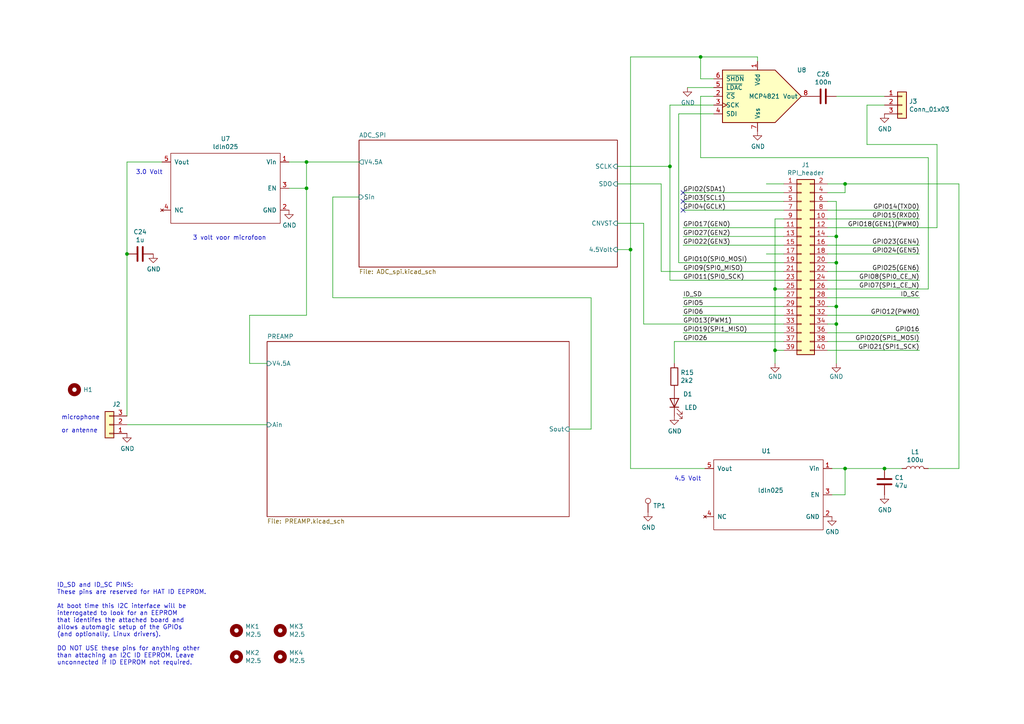
<source format=kicad_sch>
(kicad_sch (version 20211123) (generator eeschema)
  (paper "A4")
  (title_block (date "15 nov 2012"))
  (lib_symbols
    (symbol "Analog_DAC:MCP4821" (pin_names (offset 1.016))
      (property "Reference" "U" (at 1.27 10.795 0))
      (property "Value" "MCP4821" (at 1.27 8.89 0))
      (symbol "MCP4821_0_0"
        (polyline (pts (xy 12.7 0) (xy 5.08 7.62) (xy -10.16 7.62) (xy -10.16 -7.62) (xy 5.08 -7.62) (xy 12.7 0)) (stroke (width 0.254)) (fill (type background)))
      )
      (symbol "MCP4821_1_1"
        (pin power_in line (at 0 10.16 270) (length 2.54) (name "Vdd") (number "1"))
        (pin input line (at -12.7 0 0) (length 2.54) (name "~{CS}") (number "2"))
        (pin input clock (at -12.7 -2.54 0) (length 2.54) (name "SCK") (number "3"))
        (pin input line (at -12.7 -5.08 0) (length 2.54) (name "SDI") (number "4"))
        (pin input line (at -12.7 2.54 0) (length 2.54) (name "~{LDAC}") (number "5"))
        (pin input line (at -12.7 5.08 0) (length 2.54) (name "~{SHDN}") (number "6"))
        (pin power_in line (at 0 -10.16 90) (length 2.54) (name "Vss") (number "7"))
        (pin output line (at 15.24 0 180) (length 2.54) (name "Vout") (number "8"))
      )
    )
    (symbol "Connector:TestPoint" (pin_numbers hide) (pin_names (offset 0.762) hide)
      (property "Reference" "TP" (at 0 6.858 0))
      (property "Value" "TestPoint" (at 0 5.08 0))
      (symbol "TestPoint_0_1"
        (circle (center 0 3.302) (radius 0.762))
      )
      (symbol "TestPoint_1_1"
        (pin passive line (at 0 0 90) (length 2.54) (name "1") (number "1"))
      )
    )
    (symbol "Connector_Generic:Conn_01x03" (pin_names (offset 1.016) hide)
      (property "Reference" "J" (at 0 5.08 0))
      (property "Value" "Conn_01x03" (at 0 -5.08 0))
      (symbol "Conn_01x03_1_1"
        (rectangle (start -1.27 -2.413) (end 0 -2.667) (stroke (width 0.1524)))
        (rectangle (start -1.27 0.127) (end 0 -0.127) (stroke (width 0.1524)))
        (rectangle (start -1.27 2.667) (end 0 2.413) (stroke (width 0.1524)))
        (rectangle (start -1.27 3.81) (end 1.27 -3.81) (stroke (width 0.254)) (fill (type background)))
        (pin passive line (at -5.08 2.54 0) (length 3.81) (name "Pin_1") (number "1"))
        (pin passive line (at -5.08 0 0) (length 3.81) (name "Pin_2") (number "2"))
        (pin passive line (at -5.08 -2.54 0) (length 3.81) (name "Pin_3") (number "3"))
      )
    )
    (symbol "Device:C" (pin_numbers hide) (pin_names (offset 0.254))
      (property "Reference" "C" (at 0.635 2.54 0))
      (property "Value" "C" (at 0.635 -2.54 0))
      (symbol "C_0_1"
        (polyline (pts (xy -2.032 -0.762) (xy 2.032 -0.762)) (stroke (width 0.508)))
        (polyline (pts (xy -2.032 0.762) (xy 2.032 0.762)) (stroke (width 0.508)))
      )
      (symbol "C_1_1"
        (pin passive line (at 0 3.81 270) (length 2.794) (name "~") (number "1"))
        (pin passive line (at 0 -3.81 90) (length 2.794) (name "~") (number "2"))
      )
    )
    (symbol "Device:L" (pin_numbers hide) (pin_names (offset 1.016) hide)
      (property "Reference" "L" (at -1.27 0 90))
      (property "Value" "L" (at 1.905 0 90))
      (symbol "L_0_1"
        (arc (start 0 -2.54) (mid 0.635 -1.905) (end 0 -1.27))
        (arc (start 0 -1.27) (mid 0.635 -0.635) (end 0 0))
        (arc (start 0 0) (mid 0.635 0.635) (end 0 1.27))
        (arc (start 0 1.27) (mid 0.635 1.905) (end 0 2.54))
      )
      (symbol "L_1_1"
        (pin passive line (at 0 3.81 270) (length 1.27) (name "1") (number "1"))
        (pin passive line (at 0 -3.81 90) (length 1.27) (name "2") (number "2"))
      )
    )
    (symbol "Device:LED" (pin_numbers hide) (pin_names (offset 1.016) hide)
      (property "Reference" "D" (at 0 2.54 0))
      (property "Value" "LED" (at 0 -2.54 0))
      (symbol "LED_0_1"
        (polyline (pts (xy -1.27 -1.27) (xy -1.27 1.27)) (stroke (width 0.254)))
        (polyline (pts (xy -1.27 0) (xy 1.27 0)))
        (polyline (pts (xy 1.27 -1.27) (xy 1.27 1.27) (xy -1.27 0) (xy 1.27 -1.27)) (stroke (width 0.254)))
        (polyline (pts (xy -3.048 -0.762) (xy -4.572 -2.286) (xy -3.81 -2.286) (xy -4.572 -2.286) (xy -4.572 -1.524)))
        (polyline (pts (xy -1.778 -0.762) (xy -3.302 -2.286) (xy -2.54 -2.286) (xy -3.302 -2.286) (xy -3.302 -1.524)))
      )
      (symbol "LED_1_1"
        (pin passive line (at -3.81 0 0) (length 2.54) (name "K") (number "1"))
        (pin passive line (at 3.81 0 180) (length 2.54) (name "A") (number "2"))
      )
    )
    (symbol "Device:R" (pin_numbers hide) (pin_names (offset 0))
      (property "Reference" "R" (at 2.032 0 90))
      (property "Value" "R" (at 0 0 90))
      (symbol "R_0_1"
        (rectangle (start -1.016 -2.54) (end 1.016 2.54) (stroke (width 0.254)))
      )
      (symbol "R_1_1"
        (pin passive line (at 0 3.81 270) (length 1.27) (name "~") (number "1"))
        (pin passive line (at 0 -3.81 90) (length 1.27) (name "~") (number "2"))
      )
    )
    (symbol "Mechanical:MountingHole" (pin_names (offset 1.016))
      (property "Reference" "H" (at 0 5.08 0))
      (property "Value" "MountingHole" (at 0 3.175 0))
      (symbol "MountingHole_0_1"
        (circle (center 0 0) (radius 1.27) (stroke (width 1.27)))
      )
    )
    (symbol "power:GND" (power) (pin_names (offset 0))
      (property "Value" "GND" (at 0 -3.81 0))
      (symbol "GND_0_1"
        (polyline (pts (xy 0 0) (xy 0 -1.27) (xy 1.27 -1.27) (xy 0 -2.54) (xy -1.27 -1.27) (xy 0 -1.27)))
      )
      (symbol "GND_1_1"
        (pin power_in line (at 0 0 270) (length 0) hide (name "GND") (number "1"))
      )
    )
    (symbol "rpisdr-rescue:Mounting_Hole-Mechanical-mylib" (pin_names (offset 1.016))
      (property "Reference" "MK" (at 0 5.08 0))
      (property "Value" "Mounting_Hole-Mechanical-mylib" (at 0 3.175 0))
      (symbol "Mounting_Hole-Mechanical-mylib_0_1"
        (circle (center 0 0) (radius 1.27) (stroke (width 1.27)))
      )
    )
    (symbol "rpisdr-rescue:RPI_header-mylib" (pin_names (offset 1.016) hide)
      (property "Reference" "J" (at 1.27 25.4 0))
      (property "Value" "RPI_header-mylib" (at 1.27 -27.94 0))
      (symbol "RPI_header-mylib_1_1"
        (rectangle (start -1.27 -25.273) (end 0 -25.527) (stroke (width 0.1524)))
        (rectangle (start -1.27 -22.733) (end 0 -22.987) (stroke (width 0.1524)))
        (rectangle (start -1.27 -20.193) (end 0 -20.447) (stroke (width 0.1524)))
        (rectangle (start -1.27 -17.653) (end 0 -17.907) (stroke (width 0.1524)))
        (rectangle (start -1.27 -15.113) (end 0 -15.367) (stroke (width 0.1524)))
        (rectangle (start -1.27 -12.573) (end 0 -12.827) (stroke (width 0.1524)))
        (rectangle (start -1.27 -10.033) (end 0 -10.287) (stroke (width 0.1524)))
        (rectangle (start -1.27 -7.493) (end 0 -7.747) (stroke (width 0.1524)))
        (rectangle (start -1.27 -4.953) (end 0 -5.207) (stroke (width 0.1524)))
        (rectangle (start -1.27 -2.413) (end 0 -2.667) (stroke (width 0.1524)))
        (rectangle (start -1.27 0.127) (end 0 -0.127) (stroke (width 0.1524)))
        (rectangle (start -1.27 2.667) (end 0 2.413) (stroke (width 0.1524)))
        (rectangle (start -1.27 5.207) (end 0 4.953) (stroke (width 0.1524)))
        (rectangle (start -1.27 7.747) (end 0 7.493) (stroke (width 0.1524)))
        (rectangle (start -1.27 10.287) (end 0 10.033) (stroke (width 0.1524)))
        (rectangle (start -1.27 12.827) (end 0 12.573) (stroke (width 0.1524)))
        (rectangle (start -1.27 15.367) (end 0 15.113) (stroke (width 0.1524)))
        (rectangle (start -1.27 17.907) (end 0 17.653) (stroke (width 0.1524)))
        (rectangle (start -1.27 20.447) (end 0 20.193) (stroke (width 0.1524)))
        (rectangle (start -1.27 22.987) (end 0 22.733) (stroke (width 0.1524)))
        (rectangle (start -1.27 24.13) (end 3.81 -26.67) (stroke (width 0.254)) (fill (type background)))
        (rectangle (start 3.81 -25.273) (end 2.54 -25.527) (stroke (width 0.1524)))
        (rectangle (start 3.81 -22.733) (end 2.54 -22.987) (stroke (width 0.1524)))
        (rectangle (start 3.81 -20.193) (end 2.54 -20.447) (stroke (width 0.1524)))
        (rectangle (start 3.81 -17.653) (end 2.54 -17.907) (stroke (width 0.1524)))
        (rectangle (start 3.81 -15.113) (end 2.54 -15.367) (stroke (width 0.1524)))
        (rectangle (start 3.81 -12.573) (end 2.54 -12.827) (stroke (width 0.1524)))
        (rectangle (start 3.81 -10.033) (end 2.54 -10.287) (stroke (width 0.1524)))
        (rectangle (start 3.81 -7.493) (end 2.54 -7.747) (stroke (width 0.1524)))
        (rectangle (start 3.81 -4.953) (end 2.54 -5.207) (stroke (width 0.1524)))
        (rectangle (start 3.81 -2.413) (end 2.54 -2.667) (stroke (width 0.1524)))
        (rectangle (start 3.81 0.127) (end 2.54 -0.127) (stroke (width 0.1524)))
        (rectangle (start 3.81 2.667) (end 2.54 2.413) (stroke (width 0.1524)))
        (rectangle (start 3.81 5.207) (end 2.54 4.953) (stroke (width 0.1524)))
        (rectangle (start 3.81 7.747) (end 2.54 7.493) (stroke (width 0.1524)))
        (rectangle (start 3.81 10.287) (end 2.54 10.033) (stroke (width 0.1524)))
        (rectangle (start 3.81 12.827) (end 2.54 12.573) (stroke (width 0.1524)))
        (rectangle (start 3.81 15.367) (end 2.54 15.113) (stroke (width 0.1524)))
        (rectangle (start 3.81 17.907) (end 2.54 17.653) (stroke (width 0.1524)))
        (rectangle (start 3.81 20.447) (end 2.54 20.193) (stroke (width 0.1524)))
        (rectangle (start 3.81 22.987) (end 2.54 22.733) (stroke (width 0.1524)))
        (pin passive line (at -5.08 22.86 0) (length 3.81) (name "Pin_1") (number "1"))
        (pin passive line (at 7.62 12.7 180) (length 3.81) (name "Pin_10") (number "10"))
        (pin passive line (at -5.08 10.16 0) (length 3.81) (name "Pin_11") (number "11"))
        (pin passive line (at 7.62 10.16 180) (length 3.81) (name "Pin_12") (number "12"))
        (pin passive line (at -5.08 7.62 0) (length 3.81) (name "Pin_13") (number "13"))
        (pin passive line (at 7.62 7.62 180) (length 3.81) (name "Pin_14") (number "14"))
        (pin passive line (at -5.08 5.08 0) (length 3.81) (name "Pin_15") (number "15"))
        (pin passive line (at 7.62 5.08 180) (length 3.81) (name "Pin_16") (number "16"))
        (pin passive line (at -5.08 2.54 0) (length 3.81) (name "Pin_17") (number "17"))
        (pin passive line (at 7.62 2.54 180) (length 3.81) (name "Pin_18") (number "18"))
        (pin passive line (at -5.08 0 0) (length 3.81) (name "Pin_19") (number "19"))
        (pin passive line (at 7.62 22.86 180) (length 3.81) (name "Pin_2") (number "2"))
        (pin passive line (at 7.62 0 180) (length 3.81) (name "Pin_20") (number "20"))
        (pin passive line (at -5.08 -2.54 0) (length 3.81) (name "Pin_21") (number "21"))
        (pin passive line (at 7.62 -2.54 180) (length 3.81) (name "Pin_22") (number "22"))
        (pin passive line (at -5.08 -5.08 0) (length 3.81) (name "Pin_23") (number "23"))
        (pin passive line (at 7.62 -5.08 180) (length 3.81) (name "Pin_24") (number "24"))
        (pin passive line (at -5.08 -7.62 0) (length 3.81) (name "Pin_25") (number "25"))
        (pin passive line (at 7.62 -7.62 180) (length 3.81) (name "Pin_26") (number "26"))
        (pin passive line (at -5.08 -10.16 0) (length 3.81) (name "Pin_27") (number "27"))
        (pin passive line (at 7.62 -10.16 180) (length 3.81) (name "Pin_28") (number "28"))
        (pin passive line (at -5.08 -12.7 0) (length 3.81) (name "Pin_29") (number "29"))
        (pin passive line (at -5.08 20.32 0) (length 3.81) (name "Pin_3") (number "3"))
        (pin passive line (at 7.62 -12.7 180) (length 3.81) (name "Pin_30") (number "30"))
        (pin passive line (at -5.08 -15.24 0) (length 3.81) (name "Pin_31") (number "31"))
        (pin passive line (at 7.62 -15.24 180) (length 3.81) (name "Pin_32") (number "32"))
        (pin passive line (at -5.08 -17.78 0) (length 3.81) (name "Pin_33") (number "33"))
        (pin passive line (at 7.62 -17.78 180) (length 3.81) (name "Pin_34") (number "34"))
        (pin passive line (at -5.08 -20.32 0) (length 3.81) (name "Pin_35") (number "35"))
        (pin passive line (at 7.62 -20.32 180) (length 3.81) (name "Pin_36") (number "36"))
        (pin passive line (at -5.08 -22.86 0) (length 3.81) (name "Pin_37") (number "37"))
        (pin passive line (at 7.62 -22.86 180) (length 3.81) (name "Pin_38") (number "38"))
        (pin passive line (at -5.08 -25.4 0) (length 3.81) (name "Pin_39") (number "39"))
        (pin passive line (at 7.62 20.32 180) (length 3.81) (name "Pin_4") (number "4"))
        (pin passive line (at 7.62 -25.4 180) (length 3.81) (name "Pin_40") (number "40"))
        (pin passive line (at -5.08 17.78 0) (length 3.81) (name "Pin_5") (number "5"))
        (pin passive line (at 7.62 17.78 180) (length 3.81) (name "Pin_6") (number "6"))
        (pin passive line (at -5.08 15.24 0) (length 3.81) (name "Pin_7") (number "7"))
        (pin passive line (at 7.62 15.24 180) (length 3.81) (name "Pin_8") (number "8"))
        (pin passive line (at -5.08 12.7 0) (length 3.81) (name "Pin_9") (number "9"))
      )
    )
    (symbol "rpisdr-rescue:ldln025-mylib" (pin_names (offset 1.016))
      (property "Reference" "U" (at 3.81 10.16 0))
      (property "Value" "ldln025-mylib" (at 2.54 -3.81 0))
      (symbol "ldln025-mylib_0_1"
        (rectangle (start -12.7 7.62) (end 19.05 -12.7))
      )
      (symbol "ldln025-mylib_1_1"
        (pin power_in line (at -15.24 5.08 0) (length 2.54) (name "Vin") (number "1"))
        (pin power_in line (at -15.24 -8.89 0) (length 2.54) (name "GND") (number "2"))
        (pin input line (at -15.24 -2.54 0) (length 2.54) (name "EN") (number "3"))
        (pin no_connect line (at 21.59 -8.89 180) (length 2.54) (name "NC") (number "4"))
        (pin power_out line (at 21.59 5.08 180) (length 2.54) (name "Vout") (number "5"))
      )
    )
  )
  (junction (at 224.79 101.6))
  (junction (at 256.54 135.89))
  (junction (at 242.57 88.9))
  (junction (at 224.79 83.82))
  (junction (at 242.57 93.98))
  (junction (at 182.88 72.39))
  (junction (at 88.9 54.61))
  (junction (at 245.11 135.89))
  (junction (at 36.83 73.66))
  (junction (at 242.57 76.2))
  (junction (at 245.11 53.34))
  (junction (at 88.9 46.99))
  (junction (at 203.2 16.51))
  (junction (at 242.57 68.58))
  (junction (at 194.31 48.26))
  (no_connect (at 198.12 55.88))
  (no_connect (at 198.12 60.96))
  (no_connect (at 198.12 58.42))
  (wire (pts (xy 194.31 48.26) (xy 179.07 48.26)))
  (wire (pts (xy 240.03 81.28) (xy 266.7 81.28)))
  (wire (pts (xy 242.57 27.94) (xy 256.54 27.94)))
  (wire (pts (xy 182.88 72.39) (xy 179.07 72.39)))
  (wire (pts (xy 165.1 124.46) (xy 171.45 124.46)))
  (wire (pts (xy 240.03 73.66) (xy 266.7 73.66)))
  (wire (pts (xy 269.24 45.72) (xy 203.2 45.72)))
  (wire (pts (xy 240.03 66.04) (xy 271.78 66.04)))
  (wire (pts (xy 224.79 83.82) (xy 224.79 101.6)))
  (wire (pts (xy 261.62 135.89) (xy 256.54 135.89)))
  (wire (pts (xy 194.31 81.28) (xy 227.33 81.28)))
  (wire (pts (xy 182.88 135.89) (xy 182.88 72.39)))
  (wire (pts (xy 96.52 86.36) (xy 96.52 57.15)))
  (wire (pts (xy 245.11 53.34) (xy 278.13 53.34)))
  (wire (pts (xy 227.33 55.88) (xy 198.12 55.88)))
  (wire (pts (xy 240.03 86.36) (xy 266.7 86.36)))
  (wire (pts (xy 186.69 93.98) (xy 227.33 93.98)))
  (wire (pts (xy 240.03 78.74) (xy 266.7 78.74)))
  (wire (pts (xy 83.82 54.61) (xy 88.9 54.61)))
  (wire (pts (xy 245.11 55.88) (xy 240.03 55.88)))
  (wire (pts (xy 46.99 46.99) (xy 36.83 46.99)))
  (wire (pts (xy 88.9 46.99) (xy 83.82 46.99)))
  (wire (pts (xy 269.24 83.82) (xy 269.24 45.72)))
  (wire (pts (xy 88.9 46.99) (xy 88.9 54.61)))
  (wire (pts (xy 195.58 99.06) (xy 195.58 105.41)))
  (wire (pts (xy 72.39 91.44) (xy 72.39 105.41)))
  (wire (pts (xy 227.33 66.04) (xy 198.12 66.04)))
  (wire (pts (xy 36.83 46.99) (xy 36.83 73.66)))
  (wire (pts (xy 224.79 101.6) (xy 224.79 105.41)))
  (wire (pts (xy 203.2 27.94) (xy 203.2 45.72)))
  (wire (pts (xy 179.07 64.77) (xy 186.69 64.77)))
  (wire (pts (xy 245.11 53.34) (xy 245.11 55.88)))
  (wire (pts (xy 227.33 86.36) (xy 198.12 86.36)))
  (wire (pts (xy 256.54 30.48) (xy 251.46 30.48)))
  (wire (pts (xy 240.03 60.96) (xy 266.7 60.96)))
  (wire (pts (xy 182.88 16.51) (xy 182.88 72.39)))
  (wire (pts (xy 224.79 63.5) (xy 227.33 63.5)))
  (wire (pts (xy 222.25 73.66) (xy 227.33 73.66)))
  (wire (pts (xy 198.12 60.96) (xy 227.33 60.96)))
  (wire (pts (xy 278.13 53.34) (xy 278.13 135.89)))
  (wire (pts (xy 203.2 16.51) (xy 219.71 16.51)))
  (wire (pts (xy 251.46 30.48) (xy 251.46 41.91)))
  (wire (pts (xy 88.9 91.44) (xy 72.39 91.44)))
  (wire (pts (xy 240.03 96.52) (xy 266.7 96.52)))
  (wire (pts (xy 198.12 58.42) (xy 227.33 58.42)))
  (wire (pts (xy 256.54 135.89) (xy 245.11 135.89)))
  (wire (pts (xy 207.01 25.4) (xy 199.39 25.4)))
  (wire (pts (xy 203.2 22.86) (xy 203.2 16.51)))
  (wire (pts (xy 245.11 143.51) (xy 245.11 135.89)))
  (wire (pts (xy 242.57 76.2) (xy 242.57 88.9)))
  (wire (pts (xy 191.77 78.74) (xy 227.33 78.74)))
  (wire (pts (xy 171.45 86.36) (xy 171.45 124.46)))
  (wire (pts (xy 242.57 68.58) (xy 242.57 76.2)))
  (wire (pts (xy 96.52 57.15) (xy 104.14 57.15)))
  (wire (pts (xy 242.57 76.2) (xy 240.03 76.2)))
  (wire (pts (xy 245.11 135.89) (xy 241.3 135.89)))
  (wire (pts (xy 182.88 16.51) (xy 203.2 16.51)))
  (wire (pts (xy 96.52 86.36) (xy 171.45 86.36)))
  (wire (pts (xy 222.25 53.34) (xy 227.33 53.34)))
  (wire (pts (xy 240.03 63.5) (xy 266.7 63.5)))
  (wire (pts (xy 88.9 54.61) (xy 88.9 91.44)))
  (wire (pts (xy 194.31 48.26) (xy 194.31 30.48)))
  (wire (pts (xy 242.57 68.58) (xy 240.03 68.58)))
  (wire (pts (xy 104.14 46.99) (xy 88.9 46.99)))
  (wire (pts (xy 207.01 22.86) (xy 203.2 22.86)))
  (wire (pts (xy 194.31 30.48) (xy 207.01 30.48)))
  (wire (pts (xy 194.31 81.28) (xy 194.31 48.26)))
  (wire (pts (xy 224.79 101.6) (xy 227.33 101.6)))
  (wire (pts (xy 227.33 76.2) (xy 196.85 76.2)))
  (wire (pts (xy 219.71 16.51) (xy 219.71 17.78)))
  (wire (pts (xy 240.03 91.44) (xy 266.7 91.44)))
  (wire (pts (xy 198.12 88.9) (xy 227.33 88.9)))
  (wire (pts (xy 242.57 88.9) (xy 240.03 88.9)))
  (wire (pts (xy 36.83 123.19) (xy 77.47 123.19)))
  (wire (pts (xy 186.69 64.77) (xy 186.69 93.98)))
  (wire (pts (xy 240.03 83.82) (xy 269.24 83.82)))
  (wire (pts (xy 198.12 96.52) (xy 227.33 96.52)))
  (wire (pts (xy 196.85 76.2) (xy 196.85 33.02)))
  (wire (pts (xy 198.12 68.58) (xy 227.33 68.58)))
  (wire (pts (xy 242.57 58.42) (xy 242.57 68.58)))
  (wire (pts (xy 191.77 53.34) (xy 191.77 78.74)))
  (wire (pts (xy 72.39 105.41) (xy 77.47 105.41)))
  (wire (pts (xy 242.57 58.42) (xy 240.03 58.42)))
  (wire (pts (xy 224.79 63.5) (xy 224.79 83.82)))
  (wire (pts (xy 271.78 41.91) (xy 271.78 66.04)))
  (wire (pts (xy 241.3 143.51) (xy 245.11 143.51)))
  (wire (pts (xy 251.46 41.91) (xy 271.78 41.91)))
  (wire (pts (xy 240.03 53.34) (xy 245.11 53.34)))
  (wire (pts (xy 196.85 33.02) (xy 207.01 33.02)))
  (wire (pts (xy 191.77 53.34) (xy 179.07 53.34)))
  (wire (pts (xy 240.03 99.06) (xy 266.7 99.06)))
  (wire (pts (xy 203.2 27.94) (xy 207.01 27.94)))
  (wire (pts (xy 227.33 91.44) (xy 198.12 91.44)))
  (wire (pts (xy 195.58 99.06) (xy 227.33 99.06)))
  (wire (pts (xy 240.03 71.12) (xy 266.7 71.12)))
  (wire (pts (xy 224.79 83.82) (xy 227.33 83.82)))
  (wire (pts (xy 242.57 93.98) (xy 242.57 105.41)))
  (wire (pts (xy 278.13 135.89) (xy 269.24 135.89)))
  (wire (pts (xy 36.83 73.66) (xy 36.83 120.65)))
  (wire (pts (xy 240.03 101.6) (xy 266.7 101.6)))
  (wire (pts (xy 242.57 88.9) (xy 242.57 93.98)))
  (wire (pts (xy 182.88 135.89) (xy 204.47 135.89)))
  (wire (pts (xy 198.12 71.12) (xy 227.33 71.12)))
  (wire (pts (xy 242.57 93.98) (xy 240.03 93.98)))
  (text "microphone\n" (at 17.78 121.92 0) (effects (font (size 1.27 1.27)) (justify left bottom)))
  (text "or antenne\n" (at 17.78 125.73 0) (effects (font (size 1.27 1.27)) (justify left bottom)))
  (text "ID_SD and ID_SC PINS:\nThese pins are reserved for HAT ID EEPROM.\n\nAt boot time this I2C interface will be\ninterrogated to look for an EEPROM\nthat identifes the attached board and\nallows automagic setup of the GPIOs\n(and optionally, Linux drivers).\n\nDO NOT USE these pins for anything other\nthan attaching an I2C ID EEPROM. Leave\nunconnected if ID EEPROM not required." (at 16.51 193.04 0) (effects (font (size 1.27 1.27)) (justify left bottom)))
  (text "3 volt voor microfoon" (at 55.88 69.85 0) (effects (font (size 1.27 1.27)) (justify left bottom)))
  (text "3.0 Volt\n" (at 39.37 50.8 0) (effects (font (size 1.27 1.27)) (justify left bottom)))
  (text "4.5 Volt" (at 195.58 139.7 0) (effects (font (size 1.27 1.27)) (justify left bottom)))
  (label "GPIO2(SDA1)" (at 198.12 55.88 0))
  (label "GPIO14(TXD0)" (at 266.7 60.96 180))
  (label "GPIO20(SPI1_MOSI)" (at 266.7 99.06 180))
  (label "GPIO13(PWM1)" (at 198.12 93.98 0))
  (label "GPIO16" (at 266.7 96.52 180))
  (label "GPIO17(GEN0)" (at 198.12 66.04 0))
  (label "GPIO24(GEN5)" (at 266.7 73.66 180))
  (label "GPIO7(SPI1_CE_N)" (at 266.7 83.82 180))
  (label "GPIO6" (at 198.12 91.44 0))
  (label "GPIO12(PWM0)" (at 266.7 91.44 180))
  (label "GPIO26" (at 198.12 99.06 0))
  (label "GPIO5" (at 198.12 88.9 0))
  (label "GPIO4(GCLK)" (at 198.12 60.96 0))
  (label "GPIO23(GEN4)" (at 266.7 71.12 180))
  (label "GPIO8(SPI0_CE_N)" (at 266.7 81.28 180))
  (label "ID_SD" (at 198.12 86.36 0))
  (label "GPIO15(RXD0)" (at 266.7 63.5 180))
  (label "GPIO27(GEN2)" (at 198.12 68.58 0))
  (label "GPIO22(GEN3)" (at 198.12 71.12 0))
  (label "GPIO11(SPI0_SCK)" (at 198.12 81.28 0))
  (label "GPIO10(SPI0_MOSI)" (at 198.12 76.2 0))
  (label "GPIO25(GEN6)" (at 266.7 78.74 180))
  (label "GPIO21(SPI1_SCK)" (at 266.7 101.6 180))
  (label "GPIO19(SPI1_MISO)" (at 198.12 96.52 0))
  (label "ID_SC" (at 266.7 86.36 180))
  (label "GPIO9(SPI0_MISO)" (at 198.12 78.74 0))
  (label "GPIO18(GEN1)(PWM0)" (at 266.7 66.04 180))
  (label "GPIO3(SCL1)" (at 198.12 58.42 0))
  (symbol (lib_id "power:GND") (at 242.57 105.41 0) (unit 1)
    (property "Reference" "#PWR02" (effects hide))
    (property "Value" "GND" (at 242.57 109.22 0))
  )
  (symbol (lib_id "power:GND") (at 224.79 105.41 0) (unit 1)
    (property "Reference" "#PWR03" (effects hide))
    (property "Value" "GND" (at 224.79 109.22 0))
  )
  (symbol (lib_id "rpisdr-rescue:Mounting_Hole-Mechanical-mylib") (at 68.58 182.88 0) (unit 1)
    (property "Reference" "MK1" (at 71.12 181.7116 0) (effects (justify left)))
    (property "Value" "M2.5" (at 71.12 184.023 0) (effects (justify left)))
    (property "Footprint" "MountingHole:MountingHole_2.7mm_M2.5" (effects hide))
  )
  (symbol (lib_id "rpisdr-rescue:Mounting_Hole-Mechanical-mylib") (at 68.58 190.5 0) (unit 1)
    (property "Reference" "MK2" (at 71.12 189.3316 0) (effects (justify left)))
    (property "Value" "M2.5" (at 71.12 191.643 0) (effects (justify left)))
    (property "Footprint" "MountingHole:MountingHole_2.7mm_M2.5" (effects hide))
  )
  (symbol (lib_id "rpisdr-rescue:Mounting_Hole-Mechanical-mylib") (at 81.28 182.88 0) (unit 1)
    (property "Reference" "MK3" (at 83.82 181.7116 0) (effects (justify left)))
    (property "Value" "M2.5" (at 83.82 184.023 0) (effects (justify left)))
    (property "Footprint" "MountingHole:MountingHole_2.7mm_M2.5" (effects hide))
  )
  (symbol (lib_id "rpisdr-rescue:Mounting_Hole-Mechanical-mylib") (at 81.28 190.5 0) (unit 1)
    (property "Reference" "MK4" (at 83.82 189.3316 0) (effects (justify left)))
    (property "Value" "M2.5" (at 83.82 191.643 0) (effects (justify left)))
    (property "Footprint" "MountingHole:MountingHole_2.7mm_M2.5" (effects hide))
  )
  (symbol (lib_id "rpisdr-rescue:ldln025-mylib") (at 226.06 140.97 0) (mirror y) (unit 1)
    (property "Reference" "U1" (at 222.25 130.81 0))
    (property "Value" "ldln025" (at 223.52 142.24 0))
    (property "Footprint" "Package_TO_SOT_SMD:SOT-23-5" (effects hide))
  )
  (symbol (lib_id "power:GND") (at 241.3 149.86 0) (unit 1)
    (property "Reference" "#PWR05" (effects hide))
    (property "Value" "GND" (at 241.427 154.2542 0))
  )
  (symbol (lib_id "rpisdr-rescue:RPI_header-mylib") (at 232.41 76.2 0) (unit 1)
    (property "Reference" "J1" (at 233.68 47.8282 0))
    (property "Value" "RPI_header" (at 233.68 50.1396 0))
    (property "Footprint" "Connector_PinSocket_2.54mm:PinSocket_2x20_P2.54mm_Vertical" (effects hide))
  )
  (symbol (lib_id "Device:L") (at 265.43 135.89 90) (unit 1)
    (property "Reference" "L1" (at 265.43 131.064 90))
    (property "Value" "100u" (at 265.43 133.3754 90))
    (property "Footprint" "Inductor_SMD:L_1812_4532Metric_Pad1.30x3.40mm_HandSolder" (effects hide))
  )
  (symbol (lib_id "Device:C") (at 256.54 139.7 0) (unit 1)
    (property "Reference" "C1" (at 259.461 138.5316 0) (effects (justify left)))
    (property "Value" "47u" (at 259.461 140.843 0) (effects (justify left)))
    (property "Footprint" "Capacitor_Tantalum_SMD:CP_EIA-7343-30_AVX-N" (effects hide))
  )
  (symbol (lib_id "power:GND") (at 256.54 143.51 0) (unit 1)
    (property "Reference" "#PWR01" (effects hide))
    (property "Value" "GND" (at 256.667 147.9042 0))
  )
  (symbol (lib_id "rpisdr-rescue:ldln025-mylib") (at 68.58 52.07 0) (mirror y) (unit 1)
    (property "Reference" "U7" (at 65.405 40.259 0))
    (property "Value" "ldln025" (at 65.405 42.5704 0))
    (property "Footprint" "Package_TO_SOT_SMD:SOT-23-5" (effects hide))
  )
  (symbol (lib_id "power:GND") (at 83.82 60.96 0) (unit 1)
    (property "Reference" "#PWR0117" (effects hide))
    (property "Value" "GND" (at 83.947 65.3542 0))
  )
  (symbol (lib_id "power:GND") (at 36.83 125.73 0) (unit 1)
    (property "Reference" "#PWR0118" (effects hide))
    (property "Value" "GND" (at 36.957 130.1242 0))
  )
  (symbol (lib_id "Connector:TestPoint") (at 187.96 148.59 0) (unit 1)
    (property "Reference" "TP1" (at 189.4332 146.7104 0) (effects (justify left)))
    (property "Value" "TestPoint" (effects hide))
    (property "Footprint" "TestPoint:TestPoint_Loop_D2.50mm_Drill1.0mm" (effects hide))
  )
  (symbol (lib_id "power:GND") (at 187.96 148.59 0) (unit 1)
    (property "Reference" "#PWR0120" (effects hide))
    (property "Value" "GND" (at 188.087 152.9842 0))
  )
  (symbol (lib_id "Connector_Generic:Conn_01x03") (at 31.75 123.19 180) (unit 1)
    (property "Reference" "J2" (at 33.782 117.2718 0))
    (property "Value" "Conn_01x03" (effects hide))
    (property "Footprint" "Connector_PinHeader_2.54mm:PinHeader_1x03_P2.54mm_Vertical_SMD_Pin1Left" (effects hide))
  )
  (symbol (lib_id "Mechanical:MountingHole") (at 21.59 113.03 0) (unit 1)
    (property "Reference" "H1" (at 24.13 113.03 0) (effects (justify left)))
    (property "Value" "MountingHole" (effects hide))
    (property "Footprint" "MountingHole:MountingHole_2.5mm" (effects hide))
  )
  (symbol (lib_id "Device:C") (at 40.64 73.66 270) (unit 1)
    (property "Reference" "C24" (at 40.64 67.2592 90))
    (property "Value" "1u" (at 40.64 69.5706 90))
    (property "Footprint" "Capacitor_SMD:C_1206_3216Metric_Pad1.42x1.75mm_HandSolder" (effects hide))
  )
  (symbol (lib_id "power:GND") (at 44.45 73.66 0) (unit 1)
    (property "Reference" "#PWR0119" (effects hide))
    (property "Value" "GND" (at 44.577 78.0542 0))
  )
  (symbol (lib_id "Analog_DAC:MCP4821") (at 219.71 27.94 0) (unit 1)
    (property "Reference" "U8" (at 231.14 20.32 0) (effects (justify left)))
    (property "Value" "MCP4821" (at 217.17 27.94 0) (effects (justify left)))
    (property "Footprint" "Package_SO:MSOP-8_3x3mm_P0.65mm" (effects hide))
    (property "Datasheet" "http://ww1.microchip.com/downloads/en/DeviceDoc/22244B.pdf" (effects hide))
  )
  (symbol (lib_id "power:GND") (at 219.71 38.1 0) (unit 1)
    (property "Reference" "#PWR0124" (effects hide))
    (property "Value" "GND" (at 219.837 42.4942 0))
  )
  (symbol (lib_id "power:GND") (at 199.39 25.4 0) (unit 1)
    (property "Reference" "#PWR0125" (effects hide))
    (property "Value" "GND" (at 199.517 29.7942 0))
  )
  (symbol (lib_id "Device:C") (at 238.76 27.94 270) (unit 1)
    (property "Reference" "C26" (at 238.76 21.5392 90))
    (property "Value" "100n" (at 238.76 23.8506 90))
    (property "Footprint" "Capacitor_SMD:C_0805_2012Metric_Pad1.15x1.40mm_HandSolder" (effects hide))
  )
  (symbol (lib_id "power:GND") (at 256.54 33.02 0) (unit 1)
    (property "Reference" "#PWR0126" (effects hide))
    (property "Value" "GND" (at 256.667 37.4142 0))
  )
  (symbol (lib_id "Device:LED") (at 195.58 116.84 90) (unit 1)
    (property "Reference" "D1" (at 198.12 114.3 90) (effects (justify right)))
    (property "Value" "LED" (at 198.5518 118.1862 90) (effects (justify right)))
    (property "Footprint" "LED_SMD:LED_0805_2012Metric" (effects hide))
  )
  (symbol (lib_id "Device:R") (at 195.58 109.22 0) (unit 1)
    (property "Reference" "R15" (at 197.358 108.0516 0) (effects (justify left)))
    (property "Value" "2k2" (at 197.358 110.363 0) (effects (justify left)))
    (property "Footprint" "Resistor_SMD:R_0805_2012Metric_Pad1.15x1.40mm_HandSolder" (effects hide))
  )
  (symbol (lib_id "power:GND") (at 195.58 120.65 0) (unit 1)
    (property "Reference" "#PWR0127" (effects hide))
    (property "Value" "GND" (at 195.707 125.0442 0))
  )
  (symbol (lib_id "Connector_Generic:Conn_01x03") (at 261.62 30.48 0) (unit 1)
    (property "Reference" "J3" (at 263.652 29.4132 0) (effects (justify left)))
    (property "Value" "Conn_01x03" (at 263.652 31.7246 0) (effects (justify left)))
    (property "Footprint" "Connector_PinHeader_2.54mm:PinHeader_1x03_P2.54mm_Vertical_SMD_Pin1Left" (effects hide))
  )
  (sheet (at 104.14 40.64) (size 74.93 36.83)
    (property "Sheet name" "ADC_SPI" (at 104.14 39.9284 0) (effects (justify left bottom)))
    (property "Sheet file" "ADC_spi.kicad_sch" (at 104.14 78.0546 0) (effects (justify left top)))
    (pin "SCLK" input (at 179.07 48.26 0))
    (pin "4.5Volt" input (at 179.07 72.39 0))
    (pin "CNVST" input (at 179.07 64.77 0))
    (pin "SDO" input (at 179.07 53.34 0))
    (pin "Sin" input (at 104.14 57.15 180))
    (pin "V4.5A" output (at 104.14 46.99 180))
  )
  (sheet (at 77.47 99.06) (size 87.63 50.8)
    (property "Sheet name" "PREAMP" (at 77.47 98.3484 0) (effects (justify left bottom)))
    (property "Sheet file" "PREAMP.kicad_sch" (at 77.47 150.4446 0) (effects (justify left top)))
    (pin "Sout" input (at 165.1 124.46 0))
    (pin "V4.5A" input (at 77.47 105.41 180))
    (pin "Ain" input (at 77.47 123.19 180))
  )
)
</source>
